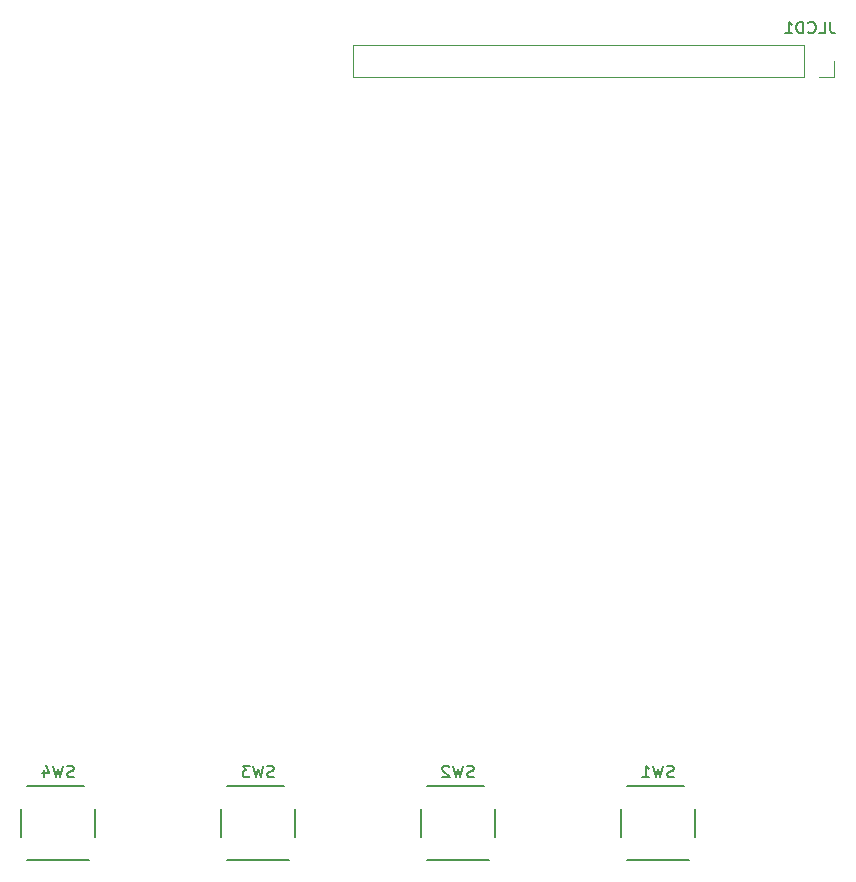
<source format=gbo>
G04 #@! TF.GenerationSoftware,KiCad,Pcbnew,6.0.11-2627ca5db0~126~ubuntu22.04.1*
G04 #@! TF.CreationDate,2025-05-14T16:21:12-06:00*
G04 #@! TF.ProjectId,i2c-headunit,6932632d-6865-4616-9475-6e69742e6b69,rev?*
G04 #@! TF.SameCoordinates,Original*
G04 #@! TF.FileFunction,Legend,Bot*
G04 #@! TF.FilePolarity,Positive*
%FSLAX46Y46*%
G04 Gerber Fmt 4.6, Leading zero omitted, Abs format (unit mm)*
G04 Created by KiCad (PCBNEW 6.0.11-2627ca5db0~126~ubuntu22.04.1) date 2025-05-14 16:21:12*
%MOMM*%
%LPD*%
G01*
G04 APERTURE LIST*
%ADD10C,0.150000*%
%ADD11C,0.152400*%
%ADD12C,0.120000*%
G04 APERTURE END LIST*
D10*
X77533333Y-115720761D02*
X77390476Y-115768380D01*
X77152380Y-115768380D01*
X77057142Y-115720761D01*
X77009523Y-115673142D01*
X76961904Y-115577904D01*
X76961904Y-115482666D01*
X77009523Y-115387428D01*
X77057142Y-115339809D01*
X77152380Y-115292190D01*
X77342857Y-115244571D01*
X77438095Y-115196952D01*
X77485714Y-115149333D01*
X77533333Y-115054095D01*
X77533333Y-114958857D01*
X77485714Y-114863619D01*
X77438095Y-114816000D01*
X77342857Y-114768380D01*
X77104761Y-114768380D01*
X76961904Y-114816000D01*
X76628571Y-114768380D02*
X76390476Y-115768380D01*
X76200000Y-115054095D01*
X76009523Y-115768380D01*
X75771428Y-114768380D01*
X74961904Y-115101714D02*
X74961904Y-115768380D01*
X75200000Y-114720761D02*
X75438095Y-115435047D01*
X74819047Y-115435047D01*
X141565095Y-51776380D02*
X141565095Y-52490666D01*
X141612714Y-52633523D01*
X141707952Y-52728761D01*
X141850809Y-52776380D01*
X141946047Y-52776380D01*
X140612714Y-52776380D02*
X141088904Y-52776380D01*
X141088904Y-51776380D01*
X139707952Y-52681142D02*
X139755571Y-52728761D01*
X139898428Y-52776380D01*
X139993666Y-52776380D01*
X140136523Y-52728761D01*
X140231761Y-52633523D01*
X140279380Y-52538285D01*
X140327000Y-52347809D01*
X140327000Y-52204952D01*
X140279380Y-52014476D01*
X140231761Y-51919238D01*
X140136523Y-51824000D01*
X139993666Y-51776380D01*
X139898428Y-51776380D01*
X139755571Y-51824000D01*
X139707952Y-51871619D01*
X139279380Y-52776380D02*
X139279380Y-51776380D01*
X139041285Y-51776380D01*
X138898428Y-51824000D01*
X138803190Y-51919238D01*
X138755571Y-52014476D01*
X138707952Y-52204952D01*
X138707952Y-52347809D01*
X138755571Y-52538285D01*
X138803190Y-52633523D01*
X138898428Y-52728761D01*
X139041285Y-52776380D01*
X139279380Y-52776380D01*
X137755571Y-52776380D02*
X138327000Y-52776380D01*
X138041285Y-52776380D02*
X138041285Y-51776380D01*
X138136523Y-51919238D01*
X138231761Y-52014476D01*
X138327000Y-52062095D01*
X111391533Y-115720761D02*
X111248676Y-115768380D01*
X111010580Y-115768380D01*
X110915342Y-115720761D01*
X110867723Y-115673142D01*
X110820104Y-115577904D01*
X110820104Y-115482666D01*
X110867723Y-115387428D01*
X110915342Y-115339809D01*
X111010580Y-115292190D01*
X111201057Y-115244571D01*
X111296295Y-115196952D01*
X111343914Y-115149333D01*
X111391533Y-115054095D01*
X111391533Y-114958857D01*
X111343914Y-114863619D01*
X111296295Y-114816000D01*
X111201057Y-114768380D01*
X110962961Y-114768380D01*
X110820104Y-114816000D01*
X110486771Y-114768380D02*
X110248676Y-115768380D01*
X110058200Y-115054095D01*
X109867723Y-115768380D01*
X109629628Y-114768380D01*
X109296295Y-114863619D02*
X109248676Y-114816000D01*
X109153438Y-114768380D01*
X108915342Y-114768380D01*
X108820104Y-114816000D01*
X108772485Y-114863619D01*
X108724866Y-114958857D01*
X108724866Y-115054095D01*
X108772485Y-115196952D01*
X109343914Y-115768380D01*
X108724866Y-115768380D01*
X128333333Y-115720761D02*
X128190476Y-115768380D01*
X127952380Y-115768380D01*
X127857142Y-115720761D01*
X127809523Y-115673142D01*
X127761904Y-115577904D01*
X127761904Y-115482666D01*
X127809523Y-115387428D01*
X127857142Y-115339809D01*
X127952380Y-115292190D01*
X128142857Y-115244571D01*
X128238095Y-115196952D01*
X128285714Y-115149333D01*
X128333333Y-115054095D01*
X128333333Y-114958857D01*
X128285714Y-114863619D01*
X128238095Y-114816000D01*
X128142857Y-114768380D01*
X127904761Y-114768380D01*
X127761904Y-114816000D01*
X127428571Y-114768380D02*
X127190476Y-115768380D01*
X127000000Y-115054095D01*
X126809523Y-115768380D01*
X126571428Y-114768380D01*
X125666666Y-115768380D02*
X126238095Y-115768380D01*
X125952380Y-115768380D02*
X125952380Y-114768380D01*
X126047619Y-114911238D01*
X126142857Y-115006476D01*
X126238095Y-115054095D01*
X94475133Y-115720761D02*
X94332276Y-115768380D01*
X94094180Y-115768380D01*
X93998942Y-115720761D01*
X93951323Y-115673142D01*
X93903704Y-115577904D01*
X93903704Y-115482666D01*
X93951323Y-115387428D01*
X93998942Y-115339809D01*
X94094180Y-115292190D01*
X94284657Y-115244571D01*
X94379895Y-115196952D01*
X94427514Y-115149333D01*
X94475133Y-115054095D01*
X94475133Y-114958857D01*
X94427514Y-114863619D01*
X94379895Y-114816000D01*
X94284657Y-114768380D01*
X94046561Y-114768380D01*
X93903704Y-114816000D01*
X93570371Y-114768380D02*
X93332276Y-115768380D01*
X93141800Y-115054095D01*
X92951323Y-115768380D01*
X92713228Y-114768380D01*
X92427514Y-114768380D02*
X91808466Y-114768380D01*
X92141800Y-115149333D01*
X91998942Y-115149333D01*
X91903704Y-115196952D01*
X91856085Y-115244571D01*
X91808466Y-115339809D01*
X91808466Y-115577904D01*
X91856085Y-115673142D01*
X91903704Y-115720761D01*
X91998942Y-115768380D01*
X92284657Y-115768380D01*
X92379895Y-115720761D01*
X92427514Y-115673142D01*
D11*
X79324200Y-118476639D02*
X79324200Y-120819898D01*
X73587640Y-116520399D02*
X78392292Y-116520399D01*
X78812360Y-122768799D02*
X73587640Y-122768799D01*
X73075800Y-120819898D02*
X73075800Y-118469301D01*
D12*
X141919000Y-56448000D02*
X141919000Y-55118000D01*
X139319000Y-53788000D02*
X101159000Y-53788000D01*
X139319000Y-56448000D02*
X101159000Y-56448000D01*
X101159000Y-56448000D02*
X101159000Y-53788000D01*
X140589000Y-56448000D02*
X141919000Y-56448000D01*
X139319000Y-56448000D02*
X139319000Y-53788000D01*
D11*
X106934000Y-120819898D02*
X106934000Y-118469301D01*
X112670560Y-122768799D02*
X107445840Y-122768799D01*
X107445840Y-116520399D02*
X112250492Y-116520399D01*
X113182400Y-118476639D02*
X113182400Y-120819898D01*
X129612360Y-122768799D02*
X124387640Y-122768799D01*
X130124200Y-118476639D02*
X130124200Y-120819898D01*
X124387640Y-116520399D02*
X129192292Y-116520399D01*
X123875800Y-120819898D02*
X123875800Y-118469301D01*
X90017600Y-120819898D02*
X90017600Y-118469301D01*
X90529440Y-116520399D02*
X95334092Y-116520399D01*
X95754160Y-122768799D02*
X90529440Y-122768799D01*
X96266000Y-118476639D02*
X96266000Y-120819898D01*
M02*

</source>
